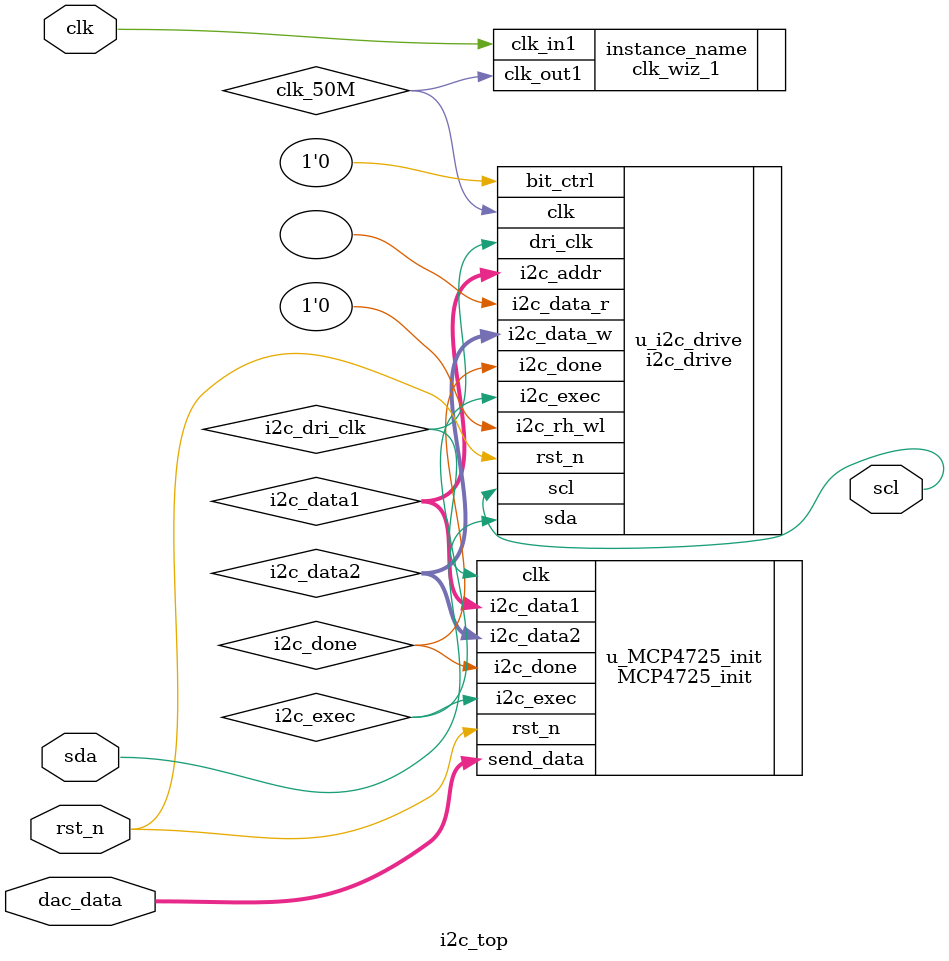
<source format=v>
`timescale 1ns / 1ps

module i2c_top(
input clk,
 input rst_n,
 output scl,
 inout sda,
 input [7:0] dac_data

);
  wire                  clk_50M;
  wire                  i2c_exec        ;  //I2C´¥·¢Ö´ÐÐÐÅºÅ
  wire   [7:0]         i2c_data1        ;  //I2CÒªÅäÖÃµÄµØÖ·ÓëÊý¾Ý(¸ß8Î»µØÖ·,µÍ16Î»Êý¾Ý)          
  wire   [15:0]         i2c_data2        ;
  wire                  i2c_done        ;  //I2C¼Ä´æÆ÷ÅäÖÃÍê³ÉÐÅºÅ
  wire                  i2c_dri_clk     ;  //I2C²Ù×÷Ê±ÖÓ
  parameter  SLAVE_ADDR = 7'h61         ;  //MCP4725µÄÆ÷¼þµØÖ·7'h60
  parameter  BIT_CTRL   = 1'b0          ;  //×Ö½ÚµØÖ·Îª8Î»  0:8Î» 1:16Î»
  parameter  CLK_FREQ   = 26'd50_000_000;  //Ê±ÖÓÆµÂÊ 50MHz
  parameter  I2C_FREQ   = 18'd250_000   ;  //I2CµÄSCLÊ±ÖÓÆµÂÊ,250KHz


clk_wiz_1 instance_name
   (
     .clk_out1(clk_50M),     // output clk_out1
     .clk_in1(clk));  
i2c_drive 
   #(
    .SLAVE_ADDR         (SLAVE_ADDR),       //²ÎÊý´«µÝ
    .CLK_FREQ           (CLK_FREQ  ),              
    .I2C_FREQ           (I2C_FREQ  )                
    )   

u_i2c_drive(   
    .clk                (clk_50M       ),
    .rst_n              (rst_n     ),   
        
    .i2c_exec           (i2c_exec  ),   
    .bit_ctrl           (BIT_CTRL  ),   
    .i2c_rh_wl          (1'b0),             //¹Ì¶¨Îª0£¬Ö»ÓÃµ½ÁËIICÇý¶¯µÄÐ´²Ù×÷   
    .i2c_addr           (i2c_data1),   
    .i2c_data_w         (i2c_data2),   
    .i2c_data_r         (),   
    .i2c_done           (i2c_done  ),   
    .scl                (scl   ),   
    .sda                (sda   ),   
    .dri_clk            (i2c_dri_clk)       //I2C²Ù×÷Ê±ÖÓ
); 
  
MCP4725_init u_MCP4725_init( 
 
   .clk     (i2c_dri_clk),   //Ê±ÖÓÐÅºÅ
   .rst_n   (rst_n),   //¸´Î»ÐÅºÅ£¬µÍµçÆ½ÓÐÐ§
   .send_data(dac_data),
   .i2c_done(i2c_done),   //I2C¼Ä´æÆ÷ÅäÖÃÍê³ÉÐÅºÅ
   .i2c_exec(i2c_exec),   //I2C´¥·¢Ö´ÐÐÐÅºÅ   
   .i2c_data1(i2c_data1),   //I2CÒªÅäÖÃµÄµØÖ·ÓëÊý¾Ý(¸ß8Î»µØÖ·,µÍ16Î»Êý¾Ý)
   .i2c_data2(i2c_data2)
);


endmodule

</source>
